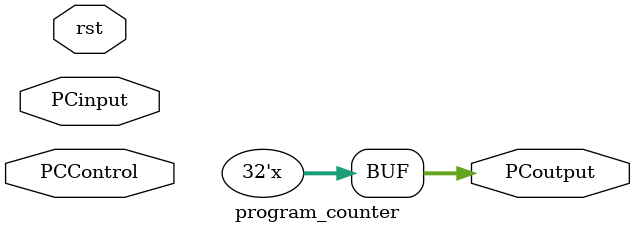
<source format=v>
module program_counter (
    input [1:0] PCControl,
    input [31:0] PCinput,
    input rst,
    output reg [31:0] PCoutput
);
    reg [31:0] PC;

    initial begin
        PC = 0;
        PCoutput = 0;
    end

    always @(*) begin
        if (rst) begin
            PC = 0;
            PCoutput = 0;
        end
    end
    
    always @(*) begin
        case (PCControl)
            2'b01: begin
                PCoutput = PC;
            end
            2'b10: begin
                PC = PCinput;
            end
            default: begin
                //Do nothing
            end
        endcase
    end
endmodule
</source>
